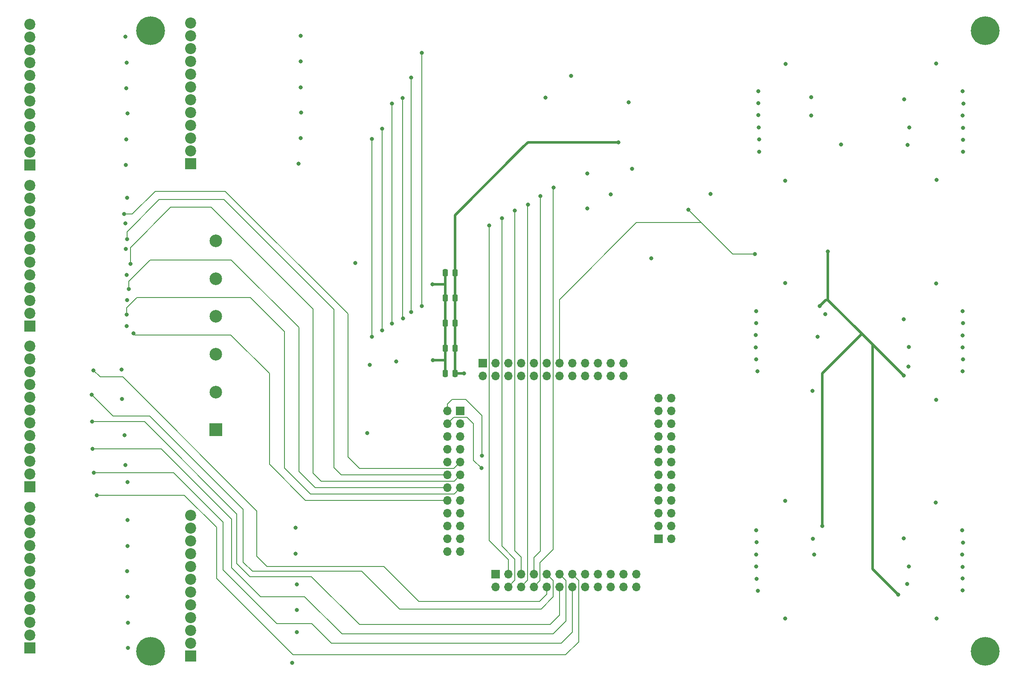
<source format=gbr>
%TF.GenerationSoftware,KiCad,Pcbnew,(6.0.11-0)*%
%TF.CreationDate,2023-06-16T12:41:29-04:00*%
%TF.ProjectId,Mux64,4d757836-342e-46b6-9963-61645f706362,rev?*%
%TF.SameCoordinates,Original*%
%TF.FileFunction,Copper,L4,Bot*%
%TF.FilePolarity,Positive*%
%FSLAX46Y46*%
G04 Gerber Fmt 4.6, Leading zero omitted, Abs format (unit mm)*
G04 Created by KiCad (PCBNEW (6.0.11-0)) date 2023-06-16 12:41:29*
%MOMM*%
%LPD*%
G01*
G04 APERTURE LIST*
G04 Aperture macros list*
%AMRoundRect*
0 Rectangle with rounded corners*
0 $1 Rounding radius*
0 $2 $3 $4 $5 $6 $7 $8 $9 X,Y pos of 4 corners*
0 Add a 4 corners polygon primitive as box body*
4,1,4,$2,$3,$4,$5,$6,$7,$8,$9,$2,$3,0*
0 Add four circle primitives for the rounded corners*
1,1,$1+$1,$2,$3*
1,1,$1+$1,$4,$5*
1,1,$1+$1,$6,$7*
1,1,$1+$1,$8,$9*
0 Add four rect primitives between the rounded corners*
20,1,$1+$1,$2,$3,$4,$5,0*
20,1,$1+$1,$4,$5,$6,$7,0*
20,1,$1+$1,$6,$7,$8,$9,0*
20,1,$1+$1,$8,$9,$2,$3,0*%
G04 Aperture macros list end*
%TA.AperFunction,ComponentPad*%
%ADD10R,2.500000X2.500000*%
%TD*%
%TA.AperFunction,ComponentPad*%
%ADD11C,2.500000*%
%TD*%
%TA.AperFunction,ComponentPad*%
%ADD12R,1.700000X1.700000*%
%TD*%
%TA.AperFunction,ComponentPad*%
%ADD13O,1.700000X1.700000*%
%TD*%
%TA.AperFunction,ComponentPad*%
%ADD14R,2.200000X2.200000*%
%TD*%
%TA.AperFunction,ComponentPad*%
%ADD15C,2.200000*%
%TD*%
%TA.AperFunction,WasherPad*%
%ADD16C,5.700000*%
%TD*%
%TA.AperFunction,SMDPad,CuDef*%
%ADD17RoundRect,0.250000X0.250000X0.475000X-0.250000X0.475000X-0.250000X-0.475000X0.250000X-0.475000X0*%
%TD*%
%TA.AperFunction,ViaPad*%
%ADD18C,0.800000*%
%TD*%
%TA.AperFunction,Conductor*%
%ADD19C,0.152400*%
%TD*%
%TA.AperFunction,Conductor*%
%ADD20C,0.500000*%
%TD*%
%TA.AperFunction,Conductor*%
%ADD21C,0.152000*%
%TD*%
G04 APERTURE END LIST*
D10*
%TO.P,J12,1,Pin_1*%
%TO.N,/mux64-regulators/screw-terminals/HV0*%
X97920000Y-107640000D03*
D11*
%TO.P,J12,2,Pin_2*%
%TO.N,MUX64_A11*%
X97920000Y-100140000D03*
%TO.P,J12,3,Pin_3*%
%TO.N,/mux64-regulators/screw-terminals/HV1*%
X97920000Y-92640000D03*
%TO.P,J12,4,Pin_4*%
%TO.N,MUX64_A11*%
X97920000Y-85140000D03*
%TO.P,J12,5,Pin_5*%
%TO.N,/mux64-regulators/screw-terminals/HV2*%
X97920000Y-77640000D03*
%TO.P,J12,6,Pin_6*%
%TO.N,MUX64_A11*%
X97920000Y-70140000D03*
%TD*%
D12*
%TO.P,J7,1,Pin_1*%
%TO.N,unconnected-(J7-Pad1)*%
X146470000Y-103910000D03*
D13*
%TO.P,J7,2,Pin_2*%
%TO.N,B_d5*%
X143930000Y-103910000D03*
%TO.P,J7,3,Pin_3*%
%TO.N,B_d3*%
X146470000Y-106450000D03*
%TO.P,J7,4,Pin_4*%
%TO.N,B_d4*%
X143930000Y-106450000D03*
%TO.P,J7,5,Pin_5*%
%TO.N,B_d1*%
X146470000Y-108990000D03*
%TO.P,J7,6,Pin_6*%
%TO.N,B_d2*%
X143930000Y-108990000D03*
%TO.P,J7,7,Pin_7*%
%TO.N,MUX64_A0*%
X146470000Y-111530000D03*
%TO.P,J7,8,Pin_8*%
%TO.N,B_d0*%
X143930000Y-111530000D03*
%TO.P,J7,9,Pin_9*%
%TO.N,MUX64_A2*%
X146470000Y-114070000D03*
%TO.P,J7,10,Pin_10*%
%TO.N,MUX64_A0*%
X143930000Y-114070000D03*
%TO.P,J7,11,Pin_11*%
%TO.N,MUX64_A4*%
X146470000Y-116610000D03*
%TO.P,J7,12,Pin_12*%
%TO.N,MUX64_A3*%
X143930000Y-116610000D03*
%TO.P,J7,13,Pin_13*%
%TO.N,MUX64_A6*%
X146470000Y-119150000D03*
%TO.P,J7,14,Pin_14*%
%TO.N,MUX64_A5*%
X143930000Y-119150000D03*
%TO.P,J7,15,Pin_15*%
%TO.N,MUX64_A8*%
X146470000Y-121690000D03*
%TO.P,J7,16,Pin_16*%
%TO.N,MUX64_A7*%
X143930000Y-121690000D03*
%TO.P,J7,17,Pin_17*%
%TO.N,MUX64_A10*%
X146470000Y-124230000D03*
%TO.P,J7,18,Pin_18*%
%TO.N,MUX64_A9*%
X143930000Y-124230000D03*
%TO.P,J7,19,Pin_19*%
%TO.N,MUX64_A11*%
X146470000Y-126770000D03*
%TO.P,J7,20,Pin_20*%
X143930000Y-126770000D03*
%TO.P,J7,21,Pin_21*%
%TO.N,unconnected-(J7-Pad21)*%
X146470000Y-129310000D03*
%TO.P,J7,22,Pin_22*%
%TO.N,MUX64_A11*%
X143930000Y-129310000D03*
%TO.P,J7,23,Pin_23*%
X146470000Y-131850000D03*
%TO.P,J7,24,Pin_24*%
X143930000Y-131850000D03*
%TD*%
D12*
%TO.P,J8,1,Pin_1*%
%TO.N,unconnected-(J8-Pad1)*%
X153455000Y-136295000D03*
D13*
%TO.P,J8,2,Pin_2*%
%TO.N,MUX64_A11*%
X153455000Y-138835000D03*
%TO.P,J8,3,Pin_3*%
%TO.N,MUX64_A16*%
X155995000Y-136295000D03*
%TO.P,J8,4,Pin_4*%
%TO.N,MUX64_A15*%
X155995000Y-138835000D03*
%TO.P,J8,5,Pin_5*%
%TO.N,MUX64_A18*%
X158535000Y-136295000D03*
%TO.P,J8,6,Pin_6*%
%TO.N,MUX64_A17*%
X158535000Y-138835000D03*
%TO.P,J8,7,Pin_7*%
%TO.N,MUX64_A20*%
X161075000Y-136295000D03*
%TO.P,J8,8,Pin_8*%
%TO.N,MUX64_A19*%
X161075000Y-138835000D03*
%TO.P,J8,9,Pin_9*%
%TO.N,MUX64_A22*%
X163615000Y-136295000D03*
%TO.P,J8,10,Pin_10*%
%TO.N,MUX64_A21*%
X163615000Y-138835000D03*
%TO.P,J8,11,Pin_11*%
%TO.N,MUX64_A24*%
X166155000Y-136295000D03*
%TO.P,J8,12,Pin_12*%
%TO.N,MUX64_A23*%
X166155000Y-138835000D03*
%TO.P,J8,13,Pin_13*%
%TO.N,MUX64_A26*%
X168695000Y-136295000D03*
%TO.P,J8,14,Pin_14*%
%TO.N,MUX64_A25*%
X168695000Y-138835000D03*
%TO.P,J8,15,Pin_15*%
%TO.N,MUX64_A11*%
X171235000Y-136295000D03*
%TO.P,J8,16,Pin_16*%
X171235000Y-138835000D03*
%TO.P,J8,17,Pin_17*%
%TO.N,MUX64_A30*%
X173775000Y-136295000D03*
%TO.P,J8,18,Pin_18*%
%TO.N,MUX64_A29*%
X173775000Y-138835000D03*
%TO.P,J8,19,Pin_19*%
%TO.N,MUX64_A32*%
X176315000Y-136295000D03*
%TO.P,J8,20,Pin_20*%
%TO.N,MUX64_A31*%
X176315000Y-138835000D03*
%TO.P,J8,21,Pin_21*%
%TO.N,unconnected-(J8-Pad21)*%
X178855000Y-136295000D03*
%TO.P,J8,22,Pin_22*%
%TO.N,MUX64_A33*%
X178855000Y-138835000D03*
%TO.P,J8,23,Pin_23*%
%TO.N,MUX64_A11*%
X181395000Y-136295000D03*
%TO.P,J8,24,Pin_24*%
X181395000Y-138835000D03*
%TD*%
D14*
%TO.P,J16,1,Pin_1*%
%TO.N,Net-(J16-Pad1)*%
X61040000Y-87030000D03*
D15*
%TO.P,J16,2,Pin_2*%
%TO.N,MUX64_A11*%
X61040000Y-84490000D03*
%TO.P,J16,3,Pin_3*%
%TO.N,Net-(J16-Pad3)*%
X61040000Y-81950000D03*
%TO.P,J16,4,Pin_4*%
%TO.N,MUX64_A11*%
X61040000Y-79410000D03*
%TO.P,J16,5,Pin_5*%
%TO.N,Net-(J16-Pad5)*%
X61040000Y-76870000D03*
%TO.P,J16,6,Pin_6*%
%TO.N,MUX64_A11*%
X61040000Y-74330000D03*
%TO.P,J16,7,Pin_7*%
%TO.N,Net-(J16-Pad7)*%
X61040000Y-71790000D03*
%TO.P,J16,8,Pin_8*%
%TO.N,MUX64_A11*%
X61040000Y-69250000D03*
%TO.P,J16,9,Pin_9*%
%TO.N,Net-(J16-Pad9)*%
X61040000Y-66710000D03*
%TO.P,J16,10,Pin_10*%
%TO.N,MUX64_A11*%
X61040000Y-64170000D03*
%TO.P,J16,11,Pin_11*%
%TO.N,Net-(J16-Pad11)*%
X61040000Y-61630000D03*
%TO.P,J16,12,Pin_12*%
%TO.N,MUX64_A11*%
X61040000Y-59090000D03*
%TD*%
D12*
%TO.P,J10,1,Pin_1*%
%TO.N,MUX64_A11*%
X150915000Y-94385000D03*
D13*
%TO.P,J10,2,Pin_2*%
X150915000Y-96925000D03*
%TO.P,J10,3,Pin_3*%
%TO.N,1.2V*%
X153455000Y-94385000D03*
%TO.P,J10,4,Pin_4*%
%TO.N,unconnected-(J10-Pad4)*%
X153455000Y-96925000D03*
%TO.P,J10,5,Pin_5*%
%TO.N,1.2V*%
X155995000Y-94385000D03*
%TO.P,J10,6,Pin_6*%
X155995000Y-96925000D03*
%TO.P,J10,7,Pin_7*%
X158535000Y-94385000D03*
%TO.P,J10,8,Pin_8*%
X158535000Y-96925000D03*
%TO.P,J10,9,Pin_9*%
%TO.N,MUX64_A11*%
X161075000Y-94385000D03*
%TO.P,J10,10,Pin_10*%
X161075000Y-96925000D03*
%TO.P,J10,11,Pin_11*%
X163615000Y-94385000D03*
%TO.P,J10,12,Pin_12*%
X163615000Y-96925000D03*
%TO.P,J10,13,Pin_13*%
%TO.N,B_a4*%
X166155000Y-94385000D03*
%TO.P,J10,14,Pin_14*%
%TO.N,B_a0(MUX_OUT)*%
X166155000Y-96925000D03*
%TO.P,J10,15,Pin_15*%
%TO.N,MUX64_A11*%
X168695000Y-94385000D03*
%TO.P,J10,16,Pin_16*%
X168695000Y-96925000D03*
%TO.P,J10,17,Pin_17*%
X171235000Y-94385000D03*
%TO.P,J10,18,Pin_18*%
%TO.N,MUX64_A60*%
X171235000Y-96925000D03*
%TO.P,J10,19,Pin_19*%
%TO.N,MUX64_A57*%
X173775000Y-94385000D03*
%TO.P,J10,20,Pin_20*%
%TO.N,MUX64_A58*%
X173775000Y-96925000D03*
%TO.P,J10,21,Pin_21*%
%TO.N,MUX64_A55*%
X176315000Y-94385000D03*
%TO.P,J10,22,Pin_22*%
%TO.N,MUX64_A56*%
X176315000Y-96925000D03*
%TO.P,J10,23,Pin_23*%
%TO.N,MUX64_A54*%
X178855000Y-94385000D03*
%TO.P,J10,24,Pin_24*%
%TO.N,unconnected-(J10-Pad24)*%
X178855000Y-96925000D03*
%TD*%
D14*
%TO.P,J13,1,Pin_1*%
%TO.N,Net-(J13-Pad1)*%
X61030000Y-118970000D03*
D15*
%TO.P,J13,2,Pin_2*%
%TO.N,MUX64_A11*%
X61030000Y-116430000D03*
%TO.P,J13,3,Pin_3*%
%TO.N,Net-(J13-Pad3)*%
X61030000Y-113890000D03*
%TO.P,J13,4,Pin_4*%
%TO.N,MUX64_A11*%
X61030000Y-111350000D03*
%TO.P,J13,5,Pin_5*%
%TO.N,Net-(J13-Pad5)*%
X61030000Y-108810000D03*
%TO.P,J13,6,Pin_6*%
%TO.N,MUX64_A11*%
X61030000Y-106270000D03*
%TO.P,J13,7,Pin_7*%
%TO.N,Net-(J13-Pad7)*%
X61030000Y-103730000D03*
%TO.P,J13,8,Pin_8*%
%TO.N,MUX64_A11*%
X61030000Y-101190000D03*
%TO.P,J13,9,Pin_9*%
%TO.N,Net-(J13-Pad9)*%
X61030000Y-98650000D03*
%TO.P,J13,10,Pin_10*%
%TO.N,MUX64_A11*%
X61030000Y-96110000D03*
%TO.P,J13,11,Pin_11*%
%TO.N,Net-(J13-Pad11)*%
X61030000Y-93570000D03*
%TO.P,J13,12,Pin_12*%
%TO.N,MUX64_A11*%
X61030000Y-91030000D03*
%TD*%
D16*
%TO.P,H2,*%
%TO.N,*%
X85000000Y-151680000D03*
%TD*%
D14*
%TO.P,J11,1,Pin_1*%
%TO.N,Net-(J11-Pad1)*%
X61022500Y-151001000D03*
D15*
%TO.P,J11,2,Pin_2*%
%TO.N,MUX64_A11*%
X61022500Y-148461000D03*
%TO.P,J11,3,Pin_3*%
%TO.N,Net-(J11-Pad3)*%
X61022500Y-145921000D03*
%TO.P,J11,4,Pin_4*%
%TO.N,MUX64_A11*%
X61022500Y-143381000D03*
%TO.P,J11,5,Pin_5*%
%TO.N,Net-(J11-Pad5)*%
X61022500Y-140841000D03*
%TO.P,J11,6,Pin_6*%
%TO.N,MUX64_A11*%
X61022500Y-138301000D03*
%TO.P,J11,7,Pin_7*%
%TO.N,Net-(J11-Pad7)*%
X61022500Y-135761000D03*
%TO.P,J11,8,Pin_8*%
%TO.N,MUX64_A11*%
X61022500Y-133221000D03*
%TO.P,J11,9,Pin_9*%
%TO.N,Net-(J11-Pad9)*%
X61022500Y-130681000D03*
%TO.P,J11,10,Pin_10*%
%TO.N,MUX64_A11*%
X61022500Y-128141000D03*
%TO.P,J11,11,Pin_11*%
%TO.N,Net-(J11-Pad11)*%
X61022500Y-125601000D03*
%TO.P,J11,12,Pin_12*%
%TO.N,MUX64_A11*%
X61022500Y-123061000D03*
%TD*%
D16*
%TO.P,H1,*%
%TO.N,*%
X250700000Y-151680000D03*
%TD*%
D14*
%TO.P,J18,1,Pin_1*%
%TO.N,Net-(J18-Pad1)*%
X61050000Y-55030000D03*
D15*
%TO.P,J18,2,Pin_2*%
%TO.N,MUX64_A11*%
X61050000Y-52490000D03*
%TO.P,J18,3,Pin_3*%
%TO.N,Net-(J18-Pad3)*%
X61050000Y-49950000D03*
%TO.P,J18,4,Pin_4*%
%TO.N,MUX64_A11*%
X61050000Y-47410000D03*
%TO.P,J18,5,Pin_5*%
%TO.N,Net-(J18-Pad5)*%
X61050000Y-44870000D03*
%TO.P,J18,6,Pin_6*%
%TO.N,MUX64_A11*%
X61050000Y-42330000D03*
%TO.P,J18,7,Pin_7*%
%TO.N,Net-(J18-Pad7)*%
X61050000Y-39790000D03*
%TO.P,J18,8,Pin_8*%
%TO.N,MUX64_A11*%
X61050000Y-37250000D03*
%TO.P,J18,9,Pin_9*%
%TO.N,Net-(J18-Pad9)*%
X61050000Y-34710000D03*
%TO.P,J18,10,Pin_10*%
%TO.N,MUX64_A11*%
X61050000Y-32170000D03*
%TO.P,J18,11,Pin_11*%
%TO.N,Net-(J18-Pad11)*%
X61050000Y-29630000D03*
%TO.P,J18,12,Pin_12*%
%TO.N,MUX64_A11*%
X61050000Y-27090000D03*
%TD*%
D14*
%TO.P,J14,1,Pin_1*%
%TO.N,Net-(J14-Pad1)*%
X92920000Y-152570000D03*
D15*
%TO.P,J14,2,Pin_2*%
%TO.N,MUX64_A11*%
X92920000Y-150030000D03*
%TO.P,J14,3,Pin_3*%
%TO.N,Net-(J14-Pad3)*%
X92920000Y-147490000D03*
%TO.P,J14,4,Pin_4*%
%TO.N,MUX64_A11*%
X92920000Y-144950000D03*
%TO.P,J14,5,Pin_5*%
%TO.N,Net-(J14-Pad5)*%
X92920000Y-142410000D03*
%TO.P,J14,6,Pin_6*%
%TO.N,MUX64_A11*%
X92920000Y-139870000D03*
%TO.P,J14,7,Pin_7*%
%TO.N,Net-(J14-Pad7)*%
X92920000Y-137330000D03*
%TO.P,J14,8,Pin_8*%
%TO.N,MUX64_A11*%
X92920000Y-134790000D03*
%TO.P,J14,9,Pin_9*%
%TO.N,Net-(J14-Pad9)*%
X92920000Y-132250000D03*
%TO.P,J14,10,Pin_10*%
%TO.N,MUX64_A11*%
X92920000Y-129710000D03*
%TO.P,J14,11,Pin_11*%
%TO.N,Net-(J14-Pad11)*%
X92920000Y-127170000D03*
%TO.P,J14,12,Pin_12*%
%TO.N,MUX64_A11*%
X92920000Y-124630000D03*
%TD*%
D14*
%TO.P,J17,1,Pin_1*%
%TO.N,Net-(J17-Pad1)*%
X92920000Y-54800000D03*
D15*
%TO.P,J17,2,Pin_2*%
%TO.N,MUX64_A11*%
X92920000Y-52260000D03*
%TO.P,J17,3,Pin_3*%
%TO.N,Net-(J17-Pad3)*%
X92920000Y-49720000D03*
%TO.P,J17,4,Pin_4*%
%TO.N,MUX64_A11*%
X92920000Y-47180000D03*
%TO.P,J17,5,Pin_5*%
%TO.N,Net-(J17-Pad5)*%
X92920000Y-44640000D03*
%TO.P,J17,6,Pin_6*%
%TO.N,MUX64_A11*%
X92920000Y-42100000D03*
%TO.P,J17,7,Pin_7*%
%TO.N,Net-(J17-Pad7)*%
X92920000Y-39560000D03*
%TO.P,J17,8,Pin_8*%
%TO.N,MUX64_A11*%
X92920000Y-37020000D03*
%TO.P,J17,9,Pin_9*%
%TO.N,Net-(J17-Pad9)*%
X92920000Y-34480000D03*
%TO.P,J17,10,Pin_10*%
%TO.N,MUX64_A11*%
X92920000Y-31940000D03*
%TO.P,J17,11,Pin_11*%
%TO.N,Net-(J17-Pad11)*%
X92920000Y-29400000D03*
%TO.P,J17,12,Pin_12*%
%TO.N,MUX64_A11*%
X92920000Y-26860000D03*
%TD*%
D16*
%TO.P,H4,*%
%TO.N,*%
X250700000Y-28380000D03*
%TD*%
D12*
%TO.P,J9,1,Pin_1*%
%TO.N,unconnected-(J9-Pad1)*%
X185840000Y-129310000D03*
D13*
%TO.P,J9,2,Pin_2*%
%TO.N,MUX64_A34*%
X188380000Y-129310000D03*
%TO.P,J9,3,Pin_3*%
%TO.N,MUX64_A11*%
X185840000Y-126770000D03*
%TO.P,J9,4,Pin_4*%
%TO.N,MUX64_A35*%
X188380000Y-126770000D03*
%TO.P,J9,5,Pin_5*%
%TO.N,MUX64_A38*%
X185840000Y-124230000D03*
%TO.P,J9,6,Pin_6*%
%TO.N,MUX64_A37*%
X188380000Y-124230000D03*
%TO.P,J9,7,Pin_7*%
%TO.N,MUX64_A40*%
X185840000Y-121690000D03*
%TO.P,J9,8,Pin_8*%
%TO.N,MUX64_A39*%
X188380000Y-121690000D03*
%TO.P,J9,9,Pin_9*%
%TO.N,MUX64_A11*%
X185840000Y-119150000D03*
%TO.P,J9,10,Pin_10*%
%TO.N,MUX64_A41*%
X188380000Y-119150000D03*
%TO.P,J9,11,Pin_11*%
%TO.N,MUX64_A11*%
X185840000Y-116610000D03*
%TO.P,J9,12,Pin_12*%
X188380000Y-116610000D03*
%TO.P,J9,13,Pin_13*%
X185840000Y-114070000D03*
%TO.P,J9,14,Pin_14*%
X188380000Y-114070000D03*
%TO.P,J9,15,Pin_15*%
X185840000Y-111530000D03*
%TO.P,J9,16,Pin_16*%
X188380000Y-111530000D03*
%TO.P,J9,17,Pin_17*%
X185840000Y-108990000D03*
%TO.P,J9,18,Pin_18*%
X188380000Y-108990000D03*
%TO.P,J9,19,Pin_19*%
X185840000Y-106450000D03*
%TO.P,J9,20,Pin_20*%
X188380000Y-106450000D03*
%TO.P,J9,21,Pin_21*%
%TO.N,unconnected-(J9-Pad21)*%
X185840000Y-103910000D03*
%TO.P,J9,22,Pin_22*%
%TO.N,MUX64_A11*%
X188380000Y-103910000D03*
%TO.P,J9,23,Pin_23*%
X185840000Y-101370000D03*
%TO.P,J9,24,Pin_24*%
X188380000Y-101370000D03*
%TD*%
D16*
%TO.P,H3,*%
%TO.N,*%
X85000000Y-28380000D03*
%TD*%
D17*
%TO.P,C12,1*%
%TO.N,1.2V*%
X145410000Y-76468600D03*
%TO.P,C12,2*%
%TO.N,MUX64_A11*%
X143510000Y-76468600D03*
%TD*%
%TO.P,C9,1*%
%TO.N,1.2V*%
X145410000Y-91480000D03*
%TO.P,C9,2*%
%TO.N,MUX64_A11*%
X143510000Y-91480000D03*
%TD*%
%TO.P,C7,1*%
%TO.N,1.2V*%
X145410000Y-96483800D03*
%TO.P,C7,2*%
%TO.N,MUX64_A11*%
X143510000Y-96483800D03*
%TD*%
%TO.P,C10,1*%
%TO.N,1.2V*%
X145410000Y-86476200D03*
%TO.P,C10,2*%
%TO.N,MUX64_A11*%
X143510000Y-86476200D03*
%TD*%
%TO.P,C11,1*%
%TO.N,1.2V*%
X145410000Y-81472400D03*
%TO.P,C11,2*%
%TO.N,MUX64_A11*%
X143510000Y-81472400D03*
%TD*%
D18*
%TO.N,LV_RB*%
X218360000Y-126760000D03*
X233420000Y-140390000D03*
X219450000Y-72230000D03*
X234450000Y-96870000D03*
X217770000Y-83110000D03*
%TO.N,1.2V*%
X177850000Y-50540000D03*
X147216200Y-96483800D03*
%TO.N,B_a4*%
X191730000Y-63920000D03*
X204980000Y-72730000D03*
%TO.N,B_d4*%
X150630000Y-115280000D03*
%TO.N,B_d5*%
X150770000Y-112780000D03*
%TO.N,MUX64_A2*%
X79710000Y-64810000D03*
%TO.N,MUX64_A3*%
X80310000Y-69780000D03*
%TO.N,MUX64_A4*%
X80980000Y-74690000D03*
%TO.N,MUX64_A5*%
X80620000Y-79690000D03*
%TO.N,MUX64_A6*%
X80220000Y-84800000D03*
%TO.N,MUX64_A7*%
X81560000Y-88520000D03*
%TO.N,MUX64_A15*%
X154720000Y-65630000D03*
%TO.N,MUX64_A16*%
X152180000Y-67090000D03*
%TO.N,MUX64_A17*%
X159875000Y-62955000D03*
%TO.N,MUX64_A18*%
X157260000Y-64140000D03*
%TO.N,MUX64_A19*%
X164970000Y-59510000D03*
%TO.N,MUX64_A20*%
X162380000Y-61240000D03*
%TO.N,MUX64_A21*%
X73660000Y-95860000D03*
%TO.N,MUX64_A22*%
X73260000Y-100670000D03*
%TO.N,MUX64_A23*%
X73400000Y-106030000D03*
%TO.N,MUX64_A24*%
X73440000Y-111460000D03*
%TO.N,MUX64_A25*%
X73680000Y-116170000D03*
%TO.N,MUX64_A26*%
X74260000Y-120690000D03*
%TO.N,MUX64_A11*%
X205460000Y-96050000D03*
X216700000Y-132450000D03*
X246250000Y-93670000D03*
X246140000Y-134860000D03*
X80230000Y-87080000D03*
X114750000Y-49750000D03*
X205230000Y-93690000D03*
X246240000Y-130040000D03*
X205270000Y-137250000D03*
X80370000Y-44850000D03*
X176340000Y-60920000D03*
X79250000Y-95710000D03*
X79950000Y-29580000D03*
X246140000Y-88890000D03*
X114020000Y-143410000D03*
X180540000Y-55850000D03*
X205200000Y-127620000D03*
X80420000Y-125600000D03*
X168410000Y-37330000D03*
X240980000Y-58050000D03*
X205630000Y-42810000D03*
X235480000Y-134780000D03*
X240860000Y-122110000D03*
X216430000Y-129270000D03*
X80480000Y-150970000D03*
X125570000Y-74490000D03*
X246200000Y-137220000D03*
X80050000Y-55030000D03*
X240910000Y-78560000D03*
X128470000Y-94770000D03*
X210970000Y-121800000D03*
X235430000Y-95130000D03*
X205130000Y-91260000D03*
X113090000Y-153930000D03*
X210970000Y-145150000D03*
X246150000Y-84060000D03*
X79320000Y-101500000D03*
X80450000Y-145970000D03*
X246290000Y-86490000D03*
X205770000Y-49980000D03*
X246290000Y-50030000D03*
X216130000Y-45210000D03*
X246190000Y-91310000D03*
X140950000Y-78780000D03*
X205660000Y-40410000D03*
X113990000Y-147870000D03*
X80350000Y-135710000D03*
X246180000Y-45250000D03*
X80400000Y-140850000D03*
X113740000Y-132280000D03*
X79980000Y-114690000D03*
X218880000Y-84650000D03*
X246300000Y-52400000D03*
X235240000Y-51060000D03*
X246190000Y-40420000D03*
X235150000Y-138250000D03*
X205500000Y-139610000D03*
X80400000Y-130740000D03*
X216370000Y-99890000D03*
X80140000Y-49960000D03*
X113740000Y-127080000D03*
X163390000Y-41700000D03*
X205650000Y-45170000D03*
X235570000Y-47590000D03*
X205170000Y-132430000D03*
X79790000Y-108710000D03*
X80040000Y-71760000D03*
X205220000Y-86460000D03*
X222080000Y-51020000D03*
X196120000Y-60820000D03*
X171670000Y-63660000D03*
X246330000Y-42850000D03*
X80220000Y-76880000D03*
X234570000Y-42030000D03*
X240950000Y-34920000D03*
X210940000Y-58180000D03*
X133750000Y-94110000D03*
X246210000Y-139590000D03*
X210920000Y-78510000D03*
X205130000Y-88870000D03*
X235530000Y-91230000D03*
X114770000Y-29430000D03*
X114030000Y-138330000D03*
X246160000Y-96070000D03*
X234480000Y-129220000D03*
X246100000Y-127610000D03*
X205730000Y-47610000D03*
X114840000Y-44600000D03*
X114380000Y-54810000D03*
X246230000Y-47670000D03*
X171670000Y-56730000D03*
X80360000Y-118070000D03*
X80240000Y-34720000D03*
X184400000Y-73600000D03*
X205820000Y-52390000D03*
X205170000Y-84070000D03*
X246090000Y-132440000D03*
X141040000Y-93830000D03*
X179840000Y-42600000D03*
X80160000Y-39780000D03*
X127940000Y-108280000D03*
X241010000Y-145110000D03*
X79960000Y-66660000D03*
X216120000Y-41600000D03*
X114750000Y-34510000D03*
X234530000Y-85670000D03*
X217360000Y-89170000D03*
X240940000Y-101700000D03*
X205260000Y-130020000D03*
X80280000Y-61600000D03*
X114800000Y-39660000D03*
X205170000Y-134820000D03*
X80270000Y-81920000D03*
X211000000Y-35010000D03*
%TO.N,MUX64_A55*%
X135050000Y-85540000D03*
X135020000Y-41790000D03*
%TO.N,MUX64_A54*%
X138780000Y-32820000D03*
X138790000Y-83090000D03*
%TO.N,MUX64_A56*%
X136740000Y-84270000D03*
X136730000Y-37680000D03*
%TO.N,MUX64_A57*%
X130930000Y-47880000D03*
X130930000Y-87880000D03*
%TO.N,MUX64_A58*%
X132900000Y-86520000D03*
X132910000Y-42840000D03*
%TO.N,MUX64_A60*%
X128910000Y-89160000D03*
X128890000Y-49900000D03*
%TD*%
D19*
%TO.N,MUX64_A7*%
X81560000Y-88520000D02*
X81860000Y-88820000D01*
X81860000Y-88820000D02*
X100900000Y-88820000D01*
X100900000Y-88820000D02*
X108560000Y-96480000D01*
X108560000Y-114510000D02*
X115740000Y-121690000D01*
X115740000Y-121690000D02*
X143930000Y-121690000D01*
X108560000Y-96480000D02*
X108560000Y-114510000D01*
%TO.N,MUX64_A5*%
X80620000Y-79690000D02*
X80620000Y-78150000D01*
X80620000Y-78150000D02*
X84870000Y-73900000D01*
X84870000Y-73900000D02*
X101000000Y-73900000D01*
X101000000Y-73900000D02*
X114450000Y-87350000D01*
X114450000Y-87350000D02*
X114450000Y-115970000D01*
X114450000Y-115970000D02*
X117630000Y-119150000D01*
X117630000Y-119150000D02*
X143930000Y-119150000D01*
D20*
%TO.N,LV_RB*%
X226205000Y-88625000D02*
X219450000Y-81870000D01*
X228315000Y-135285000D02*
X228315000Y-90735000D01*
X219010000Y-81870000D02*
X217770000Y-83110000D01*
X219450000Y-81870000D02*
X219010000Y-81870000D01*
X218360000Y-96470000D02*
X226205000Y-88625000D01*
X233420000Y-140390000D02*
X228315000Y-135285000D01*
X228315000Y-90735000D02*
X226205000Y-88625000D01*
X234450000Y-96870000D02*
X228315000Y-90735000D01*
X219450000Y-81870000D02*
X219450000Y-72230000D01*
X218360000Y-126760000D02*
X218360000Y-96470000D01*
%TO.N,1.2V*%
X158920000Y-51500000D02*
X159880000Y-50540000D01*
X145410000Y-76468600D02*
X145410000Y-96483800D01*
X159880000Y-50540000D02*
X177850000Y-50540000D01*
X145410000Y-76468600D02*
X145410000Y-65010000D01*
X145410000Y-96483800D02*
X147216200Y-96483800D01*
X145410000Y-65010000D02*
X158920000Y-51500000D01*
D19*
%TO.N,B_a4*%
X200540000Y-72730000D02*
X194315000Y-66505000D01*
X203970000Y-72730000D02*
X200540000Y-72730000D01*
D21*
X166155000Y-81795000D02*
X166155000Y-94385000D01*
D19*
X194315000Y-66505000D02*
X191730000Y-63920000D01*
X194315000Y-66505000D02*
X181445000Y-66505000D01*
X181445000Y-66505000D02*
X166155000Y-81795000D01*
X204980000Y-72730000D02*
X203970000Y-72730000D01*
%TO.N,B_d4*%
X145180000Y-105200000D02*
X143930000Y-106450000D01*
X147810000Y-105200000D02*
X145180000Y-105200000D01*
X150630000Y-115280000D02*
X149050000Y-113700000D01*
X149050000Y-113700000D02*
X149050000Y-106440000D01*
X149050000Y-106440000D02*
X147810000Y-105200000D01*
%TO.N,B_d5*%
X150730000Y-112740000D02*
X150730000Y-104820000D01*
X147530000Y-101620000D02*
X144840000Y-101620000D01*
X144840000Y-101620000D02*
X143930000Y-102530000D01*
X150770000Y-112780000D02*
X150730000Y-112740000D01*
X150730000Y-104820000D02*
X147530000Y-101620000D01*
X143930000Y-102530000D02*
X143930000Y-103910000D01*
%TO.N,MUX64_A2*%
X79710000Y-64810000D02*
X81350000Y-64810000D01*
X81350000Y-64810000D02*
X85890000Y-60270000D01*
X145200000Y-115340000D02*
X146470000Y-114070000D01*
X85890000Y-60270000D02*
X99820000Y-60270000D01*
X126480000Y-115340000D02*
X145200000Y-115340000D01*
X124180000Y-113040000D02*
X126480000Y-115340000D01*
X124180000Y-84630000D02*
X124180000Y-113040000D01*
X99820000Y-60270000D02*
X124180000Y-84630000D01*
%TO.N,MUX64_A3*%
X121380000Y-115210000D02*
X122780000Y-116610000D01*
X86680000Y-61950000D02*
X99560000Y-61950000D01*
X80310000Y-69780000D02*
X80310000Y-68320000D01*
X80310000Y-68320000D02*
X86680000Y-61950000D01*
X99560000Y-61950000D02*
X121380000Y-83770000D01*
X121380000Y-83770000D02*
X121380000Y-115210000D01*
X122780000Y-116610000D02*
X143930000Y-116610000D01*
%TO.N,MUX64_A4*%
X118820000Y-117850000D02*
X145230000Y-117850000D01*
X117250000Y-83690000D02*
X117250000Y-116280000D01*
X80980000Y-71460000D02*
X88990000Y-63450000D01*
X97010000Y-63450000D02*
X117250000Y-83690000D01*
X117250000Y-116280000D02*
X118820000Y-117850000D01*
X88990000Y-63450000D02*
X97010000Y-63450000D01*
X80980000Y-74690000D02*
X80980000Y-71460000D01*
X145230000Y-117850000D02*
X146470000Y-116610000D01*
%TO.N,MUX64_A6*%
X80220000Y-83390000D02*
X82250000Y-81360000D01*
X104780000Y-81360000D02*
X111580000Y-88160000D01*
X111580000Y-88160000D02*
X111580000Y-115280000D01*
X145230000Y-120390000D02*
X146470000Y-119150000D01*
X111580000Y-115280000D02*
X116690000Y-120390000D01*
X80220000Y-84800000D02*
X80220000Y-83390000D01*
X82250000Y-81360000D02*
X104780000Y-81360000D01*
X116690000Y-120390000D02*
X145230000Y-120390000D01*
%TO.N,MUX64_A15*%
X154720000Y-65630000D02*
X154720000Y-76110000D01*
X157310000Y-137520000D02*
X155995000Y-138835000D01*
X157310000Y-133370000D02*
X157310000Y-137510000D01*
X154720000Y-130780000D02*
X157310000Y-133370000D01*
X154720000Y-76110000D02*
X154720000Y-130780000D01*
%TO.N,MUX64_A16*%
X152200000Y-129670000D02*
X155995000Y-133465000D01*
X152180000Y-67090000D02*
X152200000Y-67110000D01*
X152200000Y-67110000D02*
X152200000Y-109600000D01*
X155995000Y-133465000D02*
X155995000Y-136295000D01*
X152200000Y-109600000D02*
X152200000Y-129670000D01*
%TO.N,MUX64_A17*%
X159810000Y-137560000D02*
X158535000Y-138835000D01*
X159810000Y-63020000D02*
X159810000Y-137560000D01*
X159875000Y-62955000D02*
X159810000Y-63020000D01*
%TO.N,MUX64_A18*%
X158535000Y-132985000D02*
X158535000Y-136295000D01*
X157270000Y-71500000D02*
X157270000Y-110170000D01*
X157270000Y-131720000D02*
X158535000Y-132985000D01*
X157270000Y-110170000D02*
X157270000Y-131720000D01*
X157270000Y-64150000D02*
X157270000Y-71500000D01*
X157260000Y-64140000D02*
X157270000Y-64150000D01*
%TO.N,MUX64_A19*%
X162300000Y-137610000D02*
X161075000Y-138835000D01*
X162300000Y-134030000D02*
X162300000Y-137610000D01*
X164970000Y-59510000D02*
X164890000Y-59590000D01*
X164890000Y-59590000D02*
X164890000Y-131440000D01*
X164890000Y-131440000D02*
X162300000Y-134030000D01*
%TO.N,MUX64_A20*%
X162350000Y-131780000D02*
X161075000Y-133055000D01*
X162350000Y-61270000D02*
X162350000Y-131780000D01*
X161075000Y-133055000D02*
X161075000Y-136295000D01*
X162380000Y-61240000D02*
X162350000Y-61270000D01*
%TO.N,MUX64_A21*%
X74950000Y-97150000D02*
X73660000Y-95860000D01*
X105990000Y-123700000D02*
X79440000Y-97150000D01*
X138220000Y-141770000D02*
X131240000Y-134790000D01*
X131240000Y-134790000D02*
X108070000Y-134790000D01*
X163620000Y-140350000D02*
X162200000Y-141770000D01*
X163615000Y-140345000D02*
X163620000Y-140350000D01*
X106060000Y-123770000D02*
X105990000Y-123700000D01*
X108070000Y-134790000D02*
X106060000Y-132780000D01*
X163615000Y-138835000D02*
X163615000Y-140345000D01*
X162200000Y-141770000D02*
X138220000Y-141770000D01*
X106060000Y-132780000D02*
X106060000Y-123770000D01*
X79440000Y-97150000D02*
X74950000Y-97150000D01*
%TO.N,MUX64_A22*%
X134440000Y-143300000D02*
X162490000Y-143300000D01*
X105170000Y-135780000D02*
X126920000Y-135780000D01*
X103340000Y-133950000D02*
X105170000Y-135780000D01*
X103340000Y-123460000D02*
X103340000Y-133950000D01*
X84790000Y-104910000D02*
X103340000Y-123460000D01*
X162490000Y-143300000D02*
X164930000Y-140860000D01*
X73260000Y-100670000D02*
X77500000Y-104910000D01*
X77500000Y-104910000D02*
X84790000Y-104910000D01*
X164930000Y-137610000D02*
X163615000Y-136295000D01*
X164930000Y-140860000D02*
X164930000Y-137610000D01*
X126920000Y-135780000D02*
X134440000Y-143300000D01*
%TO.N,MUX64_A23*%
X166155000Y-144485000D02*
X166155000Y-138835000D01*
X73400000Y-106030000D02*
X83770000Y-106030000D01*
X126420000Y-146360000D02*
X164280000Y-146360000D01*
X102100000Y-124360000D02*
X102100000Y-134240000D01*
X116880000Y-136820000D02*
X126420000Y-146360000D01*
X102100000Y-134240000D02*
X104680000Y-136820000D01*
X164280000Y-146360000D02*
X166155000Y-144485000D01*
X83770000Y-106030000D02*
X102100000Y-124360000D01*
X104680000Y-136820000D02*
X116880000Y-136820000D01*
%TO.N,MUX64_A24*%
X101050000Y-135080000D02*
X106820000Y-140850000D01*
X167430000Y-145690000D02*
X167430000Y-137570000D01*
X73440000Y-111460000D02*
X87080000Y-111460000D01*
X122950000Y-148230000D02*
X164890000Y-148230000D01*
X106820000Y-140850000D02*
X115570000Y-140850000D01*
X167430000Y-137570000D02*
X166155000Y-136295000D01*
X101050000Y-125430000D02*
X101050000Y-135080000D01*
X115570000Y-140850000D02*
X122950000Y-148230000D01*
X87080000Y-111460000D02*
X101050000Y-125430000D01*
X164890000Y-148230000D02*
X167430000Y-145690000D01*
%TO.N,MUX64_A25*%
X120850000Y-150020000D02*
X166540000Y-150020000D01*
X168700000Y-141150000D02*
X168695000Y-141145000D01*
X166540000Y-150020000D02*
X168700000Y-147860000D01*
X99360000Y-135520000D02*
X110000000Y-146160000D01*
X99360000Y-125990000D02*
X99360000Y-135520000D01*
X110000000Y-146160000D02*
X116990000Y-146160000D01*
X168700000Y-147860000D02*
X168700000Y-141150000D01*
X89540000Y-116170000D02*
X99360000Y-125990000D01*
X168695000Y-141145000D02*
X168695000Y-138835000D01*
X73680000Y-116170000D02*
X89540000Y-116170000D01*
X116990000Y-146160000D02*
X120850000Y-150020000D01*
%TO.N,MUX64_A26*%
X167380000Y-152360000D02*
X169980000Y-149760000D01*
X91690000Y-120690000D02*
X98050000Y-127050000D01*
X168695000Y-136295000D02*
X169970000Y-137570000D01*
X169980000Y-149760000D02*
X169980000Y-137550000D01*
X98050000Y-137190000D02*
X113220000Y-152360000D01*
X74260000Y-120690000D02*
X91690000Y-120690000D01*
X113220000Y-152360000D02*
X167380000Y-152360000D01*
X98050000Y-127050000D02*
X98050000Y-137190000D01*
D20*
%TO.N,MUX64_A11*%
X143510000Y-78760000D02*
X140970000Y-78760000D01*
X143510000Y-96483800D02*
X143510000Y-93820000D01*
X143510000Y-78760000D02*
X143510000Y-76468600D01*
X143510000Y-86476200D02*
X143510000Y-81472400D01*
X143510000Y-93820000D02*
X141050000Y-93820000D01*
D19*
X140970000Y-78760000D02*
X140950000Y-78780000D01*
X141050000Y-93820000D02*
X141040000Y-93830000D01*
D20*
X143510000Y-91480000D02*
X143510000Y-86476200D01*
X143510000Y-81472400D02*
X143510000Y-78760000D01*
X143510000Y-93820000D02*
X143510000Y-91480000D01*
D19*
%TO.N,MUX64_A55*%
X135050000Y-85540000D02*
X135020000Y-85510000D01*
X135020000Y-85510000D02*
X135020000Y-41790000D01*
%TO.N,MUX64_A54*%
X138780000Y-83080000D02*
X138780000Y-32820000D01*
X138790000Y-83090000D02*
X138780000Y-83080000D01*
%TO.N,MUX64_A56*%
X136740000Y-84270000D02*
X136730000Y-84260000D01*
X136730000Y-84260000D02*
X136730000Y-37680000D01*
%TO.N,MUX64_A57*%
X130930000Y-87880000D02*
X130930000Y-47880000D01*
%TO.N,MUX64_A58*%
X132910000Y-86510000D02*
X132910000Y-42840000D01*
X132900000Y-86520000D02*
X132910000Y-86510000D01*
%TO.N,MUX64_A60*%
X128910000Y-89160000D02*
X128890000Y-89140000D01*
X128890000Y-89140000D02*
X128890000Y-49900000D01*
%TD*%
M02*

</source>
